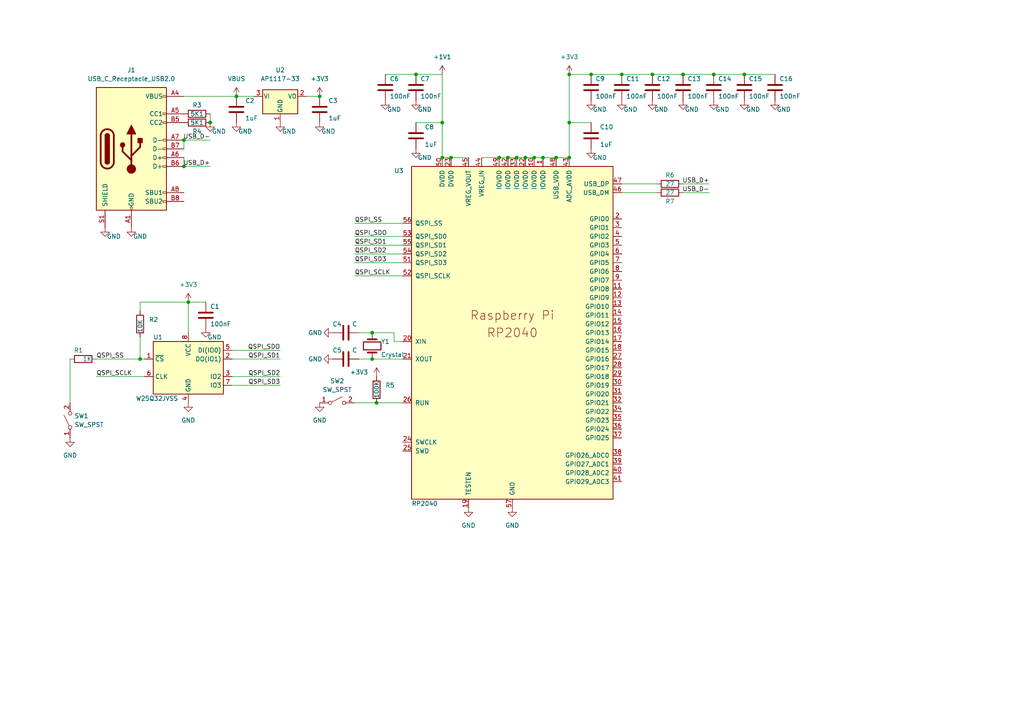
<source format=kicad_sch>
(kicad_sch (version 20211123) (generator eeschema)
  (paper "A4")
  (lib_symbols
    (symbol "Connector:USB_C_Receptacle_USB2.0" (pin_names (offset 1.016))
      (property "Reference" "J" (at -10.16 19.05 0))
      (property "Value" "USB_C_Receptacle_USB2.0" (at 19.05 19.05 0))
      (symbol "USB_C_Receptacle_USB2.0_0_0"
        (rectangle (start -0.254 -17.78) (end 0.254 -16.764))
        (rectangle (start 10.16 -14.986) (end 9.144 -15.494))
        (rectangle (start 10.16 -12.446) (end 9.144 -12.954))
        (rectangle (start 10.16 -4.826) (end 9.144 -5.334))
        (rectangle (start 10.16 -2.286) (end 9.144 -2.794))
        (rectangle (start 10.16 0.254) (end 9.144 -0.254))
        (rectangle (start 10.16 2.794) (end 9.144 2.286))
        (rectangle (start 10.16 7.874) (end 9.144 7.366))
        (rectangle (start 10.16 10.414) (end 9.144 9.906))
        (rectangle (start 10.16 15.494) (end 9.144 14.986))
      )
      (symbol "USB_C_Receptacle_USB2.0_0_1"
        (rectangle (start -10.16 17.78) (end 10.16 -17.78) (stroke (width 0.254)) (fill (type background)))
        (arc (start -8.89 -3.81) (mid -6.985 -5.715) (end -5.08 -3.81) (stroke (width 0.508)))
        (arc (start -7.62 -3.81) (mid -6.985 -4.445) (end -6.35 -3.81) (stroke (width 0.254)))
        (arc (start -7.62 -3.81) (mid -6.985 -4.445) (end -6.35 -3.81) (stroke (width 0.254)) (fill (type outline)))
        (rectangle (start -7.62 -3.81) (end -6.35 3.81) (stroke (width 0.254)) (fill (type outline)))
        (arc (start -6.35 3.81) (mid -6.985 4.445) (end -7.62 3.81) (stroke (width 0.254)))
        (arc (start -6.35 3.81) (mid -6.985 4.445) (end -7.62 3.81) (stroke (width 0.254)) (fill (type outline)))
        (arc (start -5.08 3.81) (mid -6.985 5.715) (end -8.89 3.81) (stroke (width 0.508)))
        (circle (center -2.54 1.143) (radius 0.635) (stroke (width 0.254)) (fill (type outline)))
        (circle (center 0 -5.842) (radius 1.27) (fill (type outline)))
        (polyline (pts (xy -8.89 -3.81) (xy -8.89 3.81)) (stroke (width 0.508)))
        (polyline (pts (xy -5.08 3.81) (xy -5.08 -3.81)) (stroke (width 0.508)))
        (polyline (pts (xy 0 -5.842) (xy 0 4.318)) (stroke (width 0.508)))
        (polyline (pts (xy 0 -3.302) (xy -2.54 -0.762) (xy -2.54 0.508)) (stroke (width 0.508)))
        (polyline (pts (xy 0 -2.032) (xy 2.54 0.508) (xy 2.54 1.778)) (stroke (width 0.508)))
        (polyline (pts (xy -1.27 4.318) (xy 0 6.858) (xy 1.27 4.318) (xy -1.27 4.318)) (stroke (width 0.254)) (fill (type outline)))
        (rectangle (start 1.905 1.778) (end 3.175 3.048) (stroke (width 0.254)) (fill (type outline)))
      )
      (symbol "USB_C_Receptacle_USB2.0_1_1"
        (pin passive line (at 0 -22.86 90) (length 5.08) (name "GND") (number "A1"))
        (pin passive line (at 0 -22.86 90) (length 5.08) hide (name "GND") (number "A12"))
        (pin passive line (at 15.24 15.24 180) (length 5.08) (name "VBUS") (number "A4"))
        (pin bidirectional line (at 15.24 10.16 180) (length 5.08) (name "CC1") (number "A5"))
        (pin bidirectional line (at 15.24 -2.54 180) (length 5.08) (name "D+") (number "A6"))
        (pin bidirectional line (at 15.24 2.54 180) (length 5.08) (name "D-") (number "A7"))
        (pin bidirectional line (at 15.24 -12.7 180) (length 5.08) (name "SBU1") (number "A8"))
        (pin passive line (at 15.24 15.24 180) (length 5.08) hide (name "VBUS") (number "A9"))
        (pin passive line (at 0 -22.86 90) (length 5.08) hide (name "GND") (number "B1"))
        (pin passive line (at 0 -22.86 90) (length 5.08) hide (name "GND") (number "B12"))
        (pin passive line (at 15.24 15.24 180) (length 5.08) hide (name "VBUS") (number "B4"))
        (pin bidirectional line (at 15.24 7.62 180) (length 5.08) (name "CC2") (number "B5"))
        (pin bidirectional line (at 15.24 -5.08 180) (length 5.08) (name "D+") (number "B6"))
        (pin bidirectional line (at 15.24 0 180) (length 5.08) (name "D-") (number "B7"))
        (pin bidirectional line (at 15.24 -15.24 180) (length 5.08) (name "SBU2") (number "B8"))
        (pin passive line (at 15.24 15.24 180) (length 5.08) hide (name "VBUS") (number "B9"))
        (pin passive line (at -7.62 -22.86 90) (length 5.08) (name "SHIELD") (number "S1"))
      )
    )
    (symbol "Device:C" (pin_numbers hide) (pin_names (offset 0.254))
      (property "Reference" "C" (at 0.635 2.54 0))
      (property "Value" "C" (at 0.635 -2.54 0))
      (symbol "C_0_1"
        (polyline (pts (xy -2.032 -0.762) (xy 2.032 -0.762)) (stroke (width 0.508)))
        (polyline (pts (xy -2.032 0.762) (xy 2.032 0.762)) (stroke (width 0.508)))
      )
      (symbol "C_1_1"
        (pin passive line (at 0 3.81 270) (length 2.794) (name "~") (number "1"))
        (pin passive line (at 0 -3.81 90) (length 2.794) (name "~") (number "2"))
      )
    )
    (symbol "Device:Crystal" (pin_numbers hide) (pin_names (offset 1.016) hide)
      (property "Reference" "Y" (at 0 3.81 0))
      (property "Value" "Crystal" (at 0 -3.81 0))
      (symbol "Crystal_0_1"
        (rectangle (start -1.143 2.54) (end 1.143 -2.54) (stroke (width 0.3048)))
        (polyline (pts (xy -2.54 0) (xy -1.905 0)))
        (polyline (pts (xy -1.905 -1.27) (xy -1.905 1.27)) (stroke (width 0.508)))
        (polyline (pts (xy 1.905 -1.27) (xy 1.905 1.27)) (stroke (width 0.508)))
        (polyline (pts (xy 2.54 0) (xy 1.905 0)))
      )
      (symbol "Crystal_1_1"
        (pin passive line (at -3.81 0 0) (length 1.27) (name "1") (number "1"))
        (pin passive line (at 3.81 0 180) (length 1.27) (name "2") (number "2"))
      )
    )
    (symbol "Device:R" (pin_numbers hide) (pin_names (offset 0))
      (property "Reference" "R" (at 2.032 0 90))
      (property "Value" "R" (at 0 0 90))
      (symbol "R_0_1"
        (rectangle (start -1.016 -2.54) (end 1.016 2.54) (stroke (width 0.254)))
      )
      (symbol "R_1_1"
        (pin passive line (at 0 3.81 270) (length 1.27) (name "~") (number "1"))
        (pin passive line (at 0 -3.81 90) (length 1.27) (name "~") (number "2"))
      )
    )
    (symbol "MCU_RaspberryPi_and_Boards:RP2040" (pin_names (offset 1.016))
      (property "Reference" "U" (at -29.21 49.53 0))
      (property "Value" "RP2040" (at 24.13 -49.53 0))
      (symbol "RP2040_0_0"
        (text "Raspberry Pi" (at 0 5.08 0) (effects (font (size 2.54 2.54))))
        (text "RP2040" (at 0 0 0) (effects (font (size 2.54 2.54))))
      )
      (symbol "RP2040_0_1"
        (rectangle (start 29.21 48.26) (end -29.21 -48.26) (stroke (width 0.254)) (fill (type background)))
      )
      (symbol "RP2040_1_1"
        (pin power_in line (at 8.89 50.8 270) (length 2.54) (name "IOVDD") (number "1"))
        (pin power_in line (at 6.35 50.8 270) (length 2.54) (name "IOVDD") (number "10"))
        (pin bidirectional line (at 31.75 12.7 180) (length 2.54) (name "GPIO8") (number "11"))
        (pin bidirectional line (at 31.75 10.16 180) (length 2.54) (name "GPIO9") (number "12"))
        (pin bidirectional line (at 31.75 7.62 180) (length 2.54) (name "GPIO10") (number "13"))
        (pin bidirectional line (at 31.75 5.08 180) (length 2.54) (name "GPIO11") (number "14"))
        (pin bidirectional line (at 31.75 2.54 180) (length 2.54) (name "GPIO12") (number "15"))
        (pin bidirectional line (at 31.75 0 180) (length 2.54) (name "GPIO13") (number "16"))
        (pin bidirectional line (at 31.75 -2.54 180) (length 2.54) (name "GPIO14") (number "17"))
        (pin bidirectional line (at 31.75 -5.08 180) (length 2.54) (name "GPIO15") (number "18"))
        (pin passive line (at -12.7 -50.8 90) (length 2.54) (name "TESTEN") (number "19"))
        (pin bidirectional line (at 31.75 33.02 180) (length 2.54) (name "GPIO0") (number "2"))
        (pin input line (at -31.75 -2.54 0) (length 2.54) (name "XIN") (number "20"))
        (pin passive line (at -31.75 -7.62 0) (length 2.54) (name "XOUT") (number "21"))
        (pin power_in line (at 3.81 50.8 270) (length 2.54) (name "IOVDD") (number "22"))
        (pin power_in line (at -17.78 50.8 270) (length 2.54) (name "DVDD") (number "23"))
        (pin output line (at -31.75 -31.75 0) (length 2.54) (name "SWCLK") (number "24"))
        (pin bidirectional line (at -31.75 -34.29 0) (length 2.54) (name "SWD") (number "25"))
        (pin input line (at -31.75 -20.32 0) (length 2.54) (name "RUN") (number "26"))
        (pin bidirectional line (at 31.75 -7.62 180) (length 2.54) (name "GPIO16") (number "27"))
        (pin bidirectional line (at 31.75 -10.16 180) (length 2.54) (name "GPIO17") (number "28"))
        (pin bidirectional line (at 31.75 -12.7 180) (length 2.54) (name "GPIO18") (number "29"))
        (pin bidirectional line (at 31.75 30.48 180) (length 2.54) (name "GPIO1") (number "3"))
        (pin bidirectional line (at 31.75 -15.24 180) (length 2.54) (name "GPIO19") (number "30"))
        (pin bidirectional line (at 31.75 -17.78 180) (length 2.54) (name "GPIO20") (number "31"))
        (pin bidirectional line (at 31.75 -20.32 180) (length 2.54) (name "GPIO21") (number "32"))
        (pin power_in line (at 1.27 50.8 270) (length 2.54) (name "IOVDD") (number "33"))
        (pin bidirectional line (at 31.75 -22.86 180) (length 2.54) (name "GPIO22") (number "34"))
        (pin bidirectional line (at 31.75 -25.4 180) (length 2.54) (name "GPIO23") (number "35"))
        (pin bidirectional line (at 31.75 -27.94 180) (length 2.54) (name "GPIO24") (number "36"))
        (pin bidirectional line (at 31.75 -30.48 180) (length 2.54) (name "GPIO25") (number "37"))
        (pin bidirectional line (at 31.75 -35.56 180) (length 2.54) (name "GPIO26_ADC0") (number "38"))
        (pin bidirectional line (at 31.75 -38.1 180) (length 2.54) (name "GPIO27_ADC1") (number "39"))
        (pin bidirectional line (at 31.75 27.94 180) (length 2.54) (name "GPIO2") (number "4"))
        (pin bidirectional line (at 31.75 -40.64 180) (length 2.54) (name "GPIO28_ADC2") (number "40"))
        (pin bidirectional line (at 31.75 -43.18 180) (length 2.54) (name "GPIO29_ADC3") (number "41"))
        (pin power_in line (at -1.27 50.8 270) (length 2.54) (name "IOVDD") (number "42"))
        (pin power_in line (at 16.51 50.8 270) (length 2.54) (name "ADC_AVDD") (number "43"))
        (pin power_in line (at -8.89 50.8 270) (length 2.54) (name "VREG_IN") (number "44"))
        (pin power_out line (at -12.7 50.8 270) (length 2.54) (name "VREG_VOUT") (number "45"))
        (pin bidirectional line (at 31.75 40.64 180) (length 2.54) (name "USB_DM") (number "46"))
        (pin bidirectional line (at 31.75 43.18 180) (length 2.54) (name "USB_DP") (number "47"))
        (pin power_in line (at 12.7 50.8 270) (length 2.54) (name "USB_VDD") (number "48"))
        (pin power_in line (at -3.81 50.8 270) (length 2.54) (name "IOVDD") (number "49"))
        (pin bidirectional line (at 31.75 25.4 180) (length 2.54) (name "GPIO3") (number "5"))
        (pin power_in line (at -20.32 50.8 270) (length 2.54) (name "DVDD") (number "50"))
        (pin bidirectional line (at -31.75 20.32 0) (length 2.54) (name "QSPI_SD3") (number "51"))
        (pin output line (at -31.75 16.51 0) (length 2.54) (name "QSPI_SCLK") (number "52"))
        (pin bidirectional line (at -31.75 27.94 0) (length 2.54) (name "QSPI_SD0") (number "53"))
        (pin bidirectional line (at -31.75 22.86 0) (length 2.54) (name "QSPI_SD2") (number "54"))
        (pin bidirectional line (at -31.75 25.4 0) (length 2.54) (name "QSPI_SD1") (number "55"))
        (pin bidirectional line (at -31.75 31.75 0) (length 2.54) (name "QSPI_SS") (number "56"))
        (pin power_in line (at 0 -50.8 90) (length 2.54) (name "GND") (number "57"))
        (pin bidirectional line (at 31.75 22.86 180) (length 2.54) (name "GPIO4") (number "6"))
        (pin bidirectional line (at 31.75 20.32 180) (length 2.54) (name "GPIO5") (number "7"))
        (pin bidirectional line (at 31.75 17.78 180) (length 2.54) (name "GPIO6") (number "8"))
        (pin bidirectional line (at 31.75 15.24 180) (length 2.54) (name "GPIO7") (number "9"))
      )
    )
    (symbol "Memory_Flash:W25Q32JVSS"
      (property "Reference" "U" (at -8.89 8.89 0))
      (property "Value" "W25Q32JVSS" (at 7.62 8.89 0))
      (symbol "W25Q32JVSS_0_1"
        (rectangle (start -10.16 7.62) (end 10.16 -7.62) (stroke (width 0.254)) (fill (type background)))
      )
      (symbol "W25Q32JVSS_1_1"
        (pin input line (at -12.7 2.54 0) (length 2.54) (name "~{CS}") (number "1"))
        (pin bidirectional line (at 12.7 2.54 180) (length 2.54) (name "DO(IO1)") (number "2"))
        (pin bidirectional line (at 12.7 -2.54 180) (length 2.54) (name "IO2") (number "3"))
        (pin power_in line (at 0 -10.16 90) (length 2.54) (name "GND") (number "4"))
        (pin bidirectional line (at 12.7 5.08 180) (length 2.54) (name "DI(IO0)") (number "5"))
        (pin input line (at -12.7 -2.54 0) (length 2.54) (name "CLK") (number "6"))
        (pin bidirectional line (at 12.7 -5.08 180) (length 2.54) (name "IO3") (number "7"))
        (pin power_in line (at 0 10.16 270) (length 2.54) (name "VCC") (number "8"))
      )
    )
    (symbol "Regulator_Linear:AP1117-33" (pin_names (offset 0.254))
      (property "Reference" "U" (at -3.81 3.175 0))
      (property "Value" "AP1117-33" (at 0 3.175 0))
      (symbol "AP1117-33_0_1"
        (rectangle (start -5.08 -5.08) (end 5.08 1.905) (stroke (width 0.254)) (fill (type background)))
      )
      (symbol "AP1117-33_1_1"
        (pin power_in line (at 0 -7.62 90) (length 2.54) (name "GND") (number "1"))
        (pin power_out line (at 7.62 0 180) (length 2.54) (name "VO") (number "2"))
        (pin power_in line (at -7.62 0 0) (length 2.54) (name "VI") (number "3"))
      )
    )
    (symbol "Switch:SW_SPST" (pin_names (offset 0) hide)
      (property "Reference" "SW" (at 0 3.175 0))
      (property "Value" "SW_SPST" (at 0 -2.54 0))
      (symbol "SW_SPST_0_0"
        (circle (center -2.032 0) (radius 0.508))
        (polyline (pts (xy -1.524 0.254) (xy 1.524 1.778)))
        (circle (center 2.032 0) (radius 0.508))
      )
      (symbol "SW_SPST_1_1"
        (pin passive line (at -5.08 0 0) (length 2.54) (name "A") (number "1"))
        (pin passive line (at 5.08 0 180) (length 2.54) (name "B") (number "2"))
      )
    )
    (symbol "power:+1V1" (power) (pin_names (offset 0))
      (property "Value" "+1V1" (at 0 3.556 0))
      (symbol "+1V1_0_1"
        (polyline (pts (xy -0.762 1.27) (xy 0 2.54)))
        (polyline (pts (xy 0 0) (xy 0 2.54)))
        (polyline (pts (xy 0 2.54) (xy 0.762 1.27)))
      )
      (symbol "+1V1_1_1"
        (pin power_in line (at 0 0 90) (length 0) hide (name "+1V1") (number "1"))
      )
    )
    (symbol "power:+3V3" (power) (pin_names (offset 0))
      (property "Value" "+3V3" (at 0 3.556 0))
      (symbol "+3V3_0_1"
        (polyline (pts (xy -0.762 1.27) (xy 0 2.54)))
        (polyline (pts (xy 0 0) (xy 0 2.54)))
        (polyline (pts (xy 0 2.54) (xy 0.762 1.27)))
      )
      (symbol "+3V3_1_1"
        (pin power_in line (at 0 0 90) (length 0) hide (name "+3V3") (number "1"))
      )
    )
    (symbol "power:GND" (power) (pin_names (offset 0))
      (property "Value" "GND" (at 0 -3.81 0))
      (symbol "GND_0_1"
        (polyline (pts (xy 0 0) (xy 0 -1.27) (xy 1.27 -1.27) (xy 0 -2.54) (xy -1.27 -1.27) (xy 0 -1.27)))
      )
      (symbol "GND_1_1"
        (pin power_in line (at 0 0 270) (length 0) hide (name "GND") (number "1"))
      )
    )
    (symbol "power:VBUS" (power) (pin_names (offset 0))
      (property "Value" "VBUS" (at 0 3.81 0))
      (symbol "VBUS_0_1"
        (polyline (pts (xy -0.762 1.27) (xy 0 2.54)))
        (polyline (pts (xy 0 0) (xy 0 2.54)))
        (polyline (pts (xy 0 2.54) (xy 0.762 1.27)))
      )
      (symbol "VBUS_1_1"
        (pin power_in line (at 0 0 90) (length 0) hide (name "VBUS") (number "1"))
      )
    )
  )
  (junction (at 171.45 21.59))
  (junction (at 180.34 21.59))
  (junction (at 68.58 27.94))
  (junction (at 165.1 45.72))
  (junction (at 165.1 21.59))
  (junction (at 53.34 48.26))
  (junction (at 107.95 96.52))
  (junction (at 165.1 35.56))
  (junction (at 154.94 45.72))
  (junction (at 149.86 45.72))
  (junction (at 189.23 21.59))
  (junction (at 120.65 21.59))
  (junction (at 152.4 45.72))
  (junction (at 144.78 45.72))
  (junction (at 128.27 45.72))
  (junction (at 157.48 45.72))
  (junction (at 198.12 21.59))
  (junction (at 109.22 116.84))
  (junction (at 60.96 35.56))
  (junction (at 53.34 40.64))
  (junction (at 40.64 104.14))
  (junction (at 215.9 21.59))
  (junction (at 92.71 27.94))
  (junction (at 130.81 45.72))
  (junction (at 107.95 104.14))
  (junction (at 161.29 45.72))
  (junction (at 207.01 21.59))
  (junction (at 147.32 45.72))
  (junction (at 128.27 35.56))
  (junction (at 54.61 87.63))
  (wire (pts (xy 68.58 27.94) (xy 73.66 27.94)))
  (wire (pts (xy 107.95 104.14) (xy 116.84 104.14)))
  (wire (pts (xy 53.34 40.64) (xy 60.96 40.64)))
  (wire (pts (xy 180.34 21.59) (xy 189.23 21.59)))
  (wire (pts (xy 147.32 45.72) (xy 149.86 45.72)))
  (wire (pts (xy 54.61 87.63) (xy 54.61 96.52)))
  (wire (pts (xy 40.64 104.14) (xy 41.91 104.14)))
  (wire (pts (xy 27.94 104.14) (xy 40.64 104.14)))
  (wire (pts (xy 157.48 45.72) (xy 161.29 45.72)))
  (wire (pts (xy 102.87 80.01) (xy 116.84 80.01)))
  (wire (pts (xy 165.1 21.59) (xy 171.45 21.59)))
  (wire (pts (xy 102.87 73.66) (xy 116.84 73.66)))
  (wire (pts (xy 120.65 35.56) (xy 128.27 35.56)))
  (wire (pts (xy 53.34 48.26) (xy 60.96 48.26)))
  (wire (pts (xy 102.87 76.2) (xy 116.84 76.2)))
  (wire (pts (xy 180.34 53.34) (xy 190.5 53.34)))
  (wire (pts (xy 60.96 33.02) (xy 60.96 35.56)))
  (wire (pts (xy 189.23 21.59) (xy 198.12 21.59)))
  (wire (pts (xy 81.28 109.22) (xy 67.31 109.22)))
  (wire (pts (xy 114.3 96.52) (xy 107.95 96.52)))
  (wire (pts (xy 198.12 21.59) (xy 207.01 21.59)))
  (wire (pts (xy 53.34 40.64) (xy 53.34 43.18)))
  (wire (pts (xy 54.61 87.63) (xy 59.69 87.63)))
  (wire (pts (xy 27.94 109.22) (xy 41.91 109.22)))
  (wire (pts (xy 139.7 45.72) (xy 144.78 45.72)))
  (wire (pts (xy 81.28 104.14) (xy 67.31 104.14)))
  (wire (pts (xy 81.28 111.76) (xy 67.31 111.76)))
  (wire (pts (xy 144.78 45.72) (xy 147.32 45.72)))
  (wire (pts (xy 40.64 90.17) (xy 40.64 87.63)))
  (wire (pts (xy 165.1 35.56) (xy 171.45 35.56)))
  (wire (pts (xy 165.1 35.56) (xy 165.1 45.72)))
  (wire (pts (xy 81.28 101.6) (xy 67.31 101.6)))
  (wire (pts (xy 154.94 45.72) (xy 157.48 45.72)))
  (wire (pts (xy 53.34 45.72) (xy 53.34 48.26)))
  (wire (pts (xy 128.27 45.72) (xy 128.27 35.56)))
  (wire (pts (xy 128.27 45.72) (xy 130.81 45.72)))
  (wire (pts (xy 215.9 21.59) (xy 224.79 21.59)))
  (wire (pts (xy 20.32 104.14) (xy 20.32 116.84)))
  (wire (pts (xy 111.76 21.59) (xy 120.65 21.59)))
  (wire (pts (xy 116.84 99.06) (xy 114.3 99.06)))
  (wire (pts (xy 207.01 21.59) (xy 215.9 21.59)))
  (wire (pts (xy 152.4 45.72) (xy 154.94 45.72)))
  (wire (pts (xy 102.87 64.77) (xy 116.84 64.77)))
  (wire (pts (xy 53.34 27.94) (xy 68.58 27.94)))
  (wire (pts (xy 198.12 55.88) (xy 205.74 55.88)))
  (wire (pts (xy 88.9 27.94) (xy 92.71 27.94)))
  (wire (pts (xy 120.65 21.59) (xy 128.27 21.59)))
  (wire (pts (xy 130.81 45.72) (xy 135.89 45.72)))
  (wire (pts (xy 161.29 45.72) (xy 165.1 45.72)))
  (wire (pts (xy 102.87 71.12) (xy 116.84 71.12)))
  (wire (pts (xy 109.22 116.84) (xy 116.84 116.84)))
  (wire (pts (xy 40.64 87.63) (xy 54.61 87.63)))
  (wire (pts (xy 128.27 21.59) (xy 128.27 35.56)))
  (wire (pts (xy 40.64 97.79) (xy 40.64 104.14)))
  (wire (pts (xy 149.86 45.72) (xy 152.4 45.72)))
  (wire (pts (xy 104.14 104.14) (xy 107.95 104.14)))
  (wire (pts (xy 102.87 68.58) (xy 116.84 68.58)))
  (wire (pts (xy 171.45 21.59) (xy 180.34 21.59)))
  (wire (pts (xy 114.3 99.06) (xy 114.3 96.52)))
  (wire (pts (xy 165.1 21.59) (xy 165.1 35.56)))
  (wire (pts (xy 102.87 116.84) (xy 109.22 116.84)))
  (wire (pts (xy 180.34 55.88) (xy 190.5 55.88)))
  (wire (pts (xy 104.14 96.52) (xy 107.95 96.52)))
  (wire (pts (xy 198.12 53.34) (xy 205.74 53.34)))
  (label "QSPI_SD3" (at 81.28 111.76 180))
  (label "QSPI_SD1" (at 81.28 104.14 180))
  (label "QSPI_SS" (at 102.87 64.77 0))
  (label "USB_D-" (at 60.96 40.64 180))
  (label "QSPI_SD2" (at 81.28 109.22 180))
  (label "QSPI_SDO" (at 81.28 101.6 180))
  (label "USB_D-" (at 205.74 55.88 180))
  (label "QSPI_SD2" (at 102.87 73.66 0))
  (label "QSPI_SD1" (at 102.87 71.12 0))
  (label "QSPI_SD3" (at 102.87 76.2 0))
  (label "QSPI_SCLK" (at 102.87 80.01 0))
  (label "QSPI_SDO" (at 102.87 68.58 0))
  (label "QSPI_SS" (at 27.94 104.14 0))
  (label "QSPI_SCLK" (at 27.94 109.22 0))
  (label "USB_D+" (at 205.74 53.34 180))
  (label "USB_D+" (at 60.96 48.26 180))
  (symbol (lib_id "power:GND") (at 189.23 29.21 0) (unit 1)
    (property "Reference" "#PWR0114" (effects hide))
    (property "Value" "GND" (at 191.77 31.75 0))
  )
  (symbol (lib_id "power:GND") (at 148.59 147.32 0) (unit 1)
    (property "Reference" "#PWR0122" (effects hide))
    (property "Value" "GND" (at 148.59 152.4 0))
  )
  (symbol (lib_id "power:GND") (at 96.52 96.52 270) (unit 1)
    (property "Reference" "#PWR0131" (effects hide))
    (property "Value" "GND" (at 91.44 96.52 90))
  )
  (symbol (lib_id "Device:Crystal") (at 107.95 100.33 90) (unit 1)
    (property "Reference" "Y1" (at 110.49 99.06 90) (effects (justify right)))
    (property "Value" "Crystal" (at 110.49 102.87 90) (effects (justify right)))
  )
  (symbol (lib_id "power:+3V3") (at 92.71 27.94 0) (unit 1)
    (property "Reference" "#PWR0108" (effects hide))
    (property "Value" "+3V3" (at 92.71 22.86 0))
  )
  (symbol (lib_id "Device:R") (at 194.31 55.88 90) (unit 1)
    (property "Reference" "R7" (at 194.31 58.42 90))
    (property "Value" "27" (at 194.31 55.88 90))
  )
  (symbol (lib_id "MCU_RaspberryPi_and_Boards:RP2040") (at 148.59 96.52 0) (unit 1)
    (property "Reference" "U3" (at 114.3 49.53 0) (effects (justify left)))
    (property "Value" "RP2040" (at 119.38 146.05 0) (effects (justify left)))
    (property "Footprint" "MCU_RaspberryPi_and_Boards:RP2040-QFN-56" (effects hide))
  )
  (symbol (lib_id "power:GND") (at 207.01 29.21 0) (unit 1)
    (property "Reference" "#PWR0113" (effects hide))
    (property "Value" "GND" (at 209.55 31.75 0))
  )
  (symbol (lib_id "power:GND") (at 215.9 29.21 0) (unit 1)
    (property "Reference" "#PWR0110" (effects hide))
    (property "Value" "GND" (at 218.44 31.75 0))
  )
  (symbol (lib_id "power:GND") (at 171.45 43.18 0) (unit 1)
    (property "Reference" "#PWR0109" (effects hide))
    (property "Value" "GND" (at 173.99 45.72 0))
  )
  (symbol (lib_id "power:VBUS") (at 68.58 27.94 0) (unit 1)
    (property "Reference" "#PWR0104" (effects hide))
    (property "Value" "VBUS" (at 68.58 22.86 0))
  )
  (symbol (lib_id "Device:C") (at 111.76 25.4 0) (unit 1)
    (property "Reference" "C6" (at 113.03 22.86 0) (effects (justify left)))
    (property "Value" "100nF" (at 113.03 27.94 0) (effects (justify left)))
  )
  (symbol (lib_id "power:GND") (at 198.12 29.21 0) (unit 1)
    (property "Reference" "#PWR0112" (effects hide))
    (property "Value" "GND" (at 200.66 31.75 0))
  )
  (symbol (lib_id "Device:C") (at 207.01 25.4 0) (unit 1)
    (property "Reference" "C14" (at 208.28 22.86 0) (effects (justify left)))
    (property "Value" "100nF" (at 208.28 27.94 0) (effects (justify left)))
  )
  (symbol (lib_id "Device:C") (at 224.79 25.4 0) (unit 1)
    (property "Reference" "C16" (at 226.06 22.86 0) (effects (justify left)))
    (property "Value" "100nF" (at 226.06 27.94 0) (effects (justify left)))
  )
  (symbol (lib_id "power:GND") (at 96.52 104.14 270) (unit 1)
    (property "Reference" "#PWR0130" (effects hide))
    (property "Value" "GND" (at 91.44 104.14 90))
  )
  (symbol (lib_id "power:+3V3") (at 54.61 87.63 0) (unit 1)
    (property "Reference" "#PWR0125" (effects hide))
    (property "Value" "+3V3" (at 54.61 82.55 0))
  )
  (symbol (lib_id "Regulator_Linear:AP1117-33") (at 81.28 27.94 0) (unit 1)
    (property "Reference" "U2" (at 81.28 20.32 0))
    (property "Value" "AP1117-33" (at 81.28 22.86 0))
    (property "Footprint" "Package_TO_SOT_SMD:SOT-223-3_TabPin2" (effects hide))
    (property "Datasheet" "http://www.diodes.com/datasheets/AP1117.pdf" (effects hide))
  )
  (symbol (lib_id "Device:C") (at 100.33 104.14 90) (unit 1)
    (property "Reference" "C5" (at 97.79 101.6 90))
    (property "Value" "C" (at 102.87 101.6 90))
  )
  (symbol (lib_id "power:+3V3") (at 109.22 109.22 0) (unit 1)
    (property "Reference" "#PWR0128" (effects hide))
    (property "Value" "+3V3" (at 104.14 107.95 0))
  )
  (symbol (lib_id "Device:R") (at 40.64 93.98 0) (unit 1)
    (property "Reference" "R2" (at 43.18 92.7099 0) (effects (justify left)))
    (property "Value" "10K" (at 40.64 96.52 90) (effects (justify left)))
  )
  (symbol (lib_id "Device:C") (at 92.71 31.75 0) (unit 1)
    (property "Reference" "C3" (at 95.25 29.21 0) (effects (justify left)))
    (property "Value" "1uF" (at 95.25 34.29 0) (effects (justify left)))
  )
  (symbol (lib_id "power:GND") (at 92.71 116.84 0) (unit 1)
    (property "Reference" "#PWR0129" (effects hide))
    (property "Value" "GND" (at 92.71 121.92 0))
  )
  (symbol (lib_id "power:GND") (at 38.1 66.04 0) (unit 1)
    (property "Reference" "#PWR0102" (effects hide))
    (property "Value" "GND" (at 40.64 68.58 0))
  )
  (symbol (lib_id "Device:R") (at 57.15 33.02 270) (unit 1)
    (property "Reference" "R3" (at 57.15 30.48 90))
    (property "Value" "5K1" (at 57.15 33.02 90))
  )
  (symbol (lib_id "Device:C") (at 180.34 25.4 0) (unit 1)
    (property "Reference" "C11" (at 181.61 22.86 0) (effects (justify left)))
    (property "Value" "100nF" (at 181.61 27.94 0) (effects (justify left)))
  )
  (symbol (lib_id "power:GND") (at 68.58 35.56 0) (unit 1)
    (property "Reference" "#PWR0105" (effects hide))
    (property "Value" "GND" (at 71.12 38.1 0))
  )
  (symbol (lib_id "power:+3V3") (at 165.1 21.59 0) (unit 1)
    (property "Reference" "#PWR0117" (effects hide))
    (property "Value" "+3V3" (at 165.1 16.51 0))
  )
  (symbol (lib_id "Device:C") (at 171.45 39.37 0) (unit 1)
    (property "Reference" "C10" (at 173.99 36.83 0) (effects (justify left)))
    (property "Value" "1uF" (at 173.99 41.91 0) (effects (justify left)))
  )
  (symbol (lib_id "Switch:SW_SPST") (at 20.32 121.92 90) (unit 1)
    (property "Reference" "SW1" (at 21.59 120.6499 90) (effects (justify right)))
    (property "Value" "SW_SPST" (at 21.59 123.1899 90) (effects (justify right)))
    (property "Footprint" "switch:SW_3x4x2" (effects hide))
  )
  (symbol (lib_id "power:GND") (at 120.65 29.21 0) (unit 1)
    (property "Reference" "#PWR0119" (effects hide))
    (property "Value" "GND" (at 123.19 31.75 0))
  )
  (symbol (lib_id "Device:C") (at 120.65 39.37 0) (unit 1)
    (property "Reference" "C8" (at 123.19 36.83 0) (effects (justify left)))
    (property "Value" "1uF" (at 123.19 41.91 0) (effects (justify left)))
  )
  (symbol (lib_id "power:GND") (at 135.89 147.32 0) (unit 1)
    (property "Reference" "#PWR0123" (effects hide))
    (property "Value" "GND" (at 135.89 152.4 0))
  )
  (symbol (lib_id "Device:C") (at 59.69 91.44 0) (unit 1)
    (property "Reference" "C1" (at 60.96 88.9 0) (effects (justify left)))
    (property "Value" "100nF" (at 60.96 93.98 0) (effects (justify left)))
  )
  (symbol (lib_id "Device:C") (at 68.58 31.75 0) (unit 1)
    (property "Reference" "C2" (at 71.12 29.21 0) (effects (justify left)))
    (property "Value" "1uF" (at 71.12 34.29 0) (effects (justify left)))
  )
  (symbol (lib_id "power:+1V1") (at 128.27 21.59 0) (unit 1)
    (property "Reference" "#PWR0118" (effects hide))
    (property "Value" "+1V1" (at 128.27 16.51 0))
  )
  (symbol (lib_id "power:GND") (at 30.48 66.04 0) (unit 1)
    (property "Reference" "#PWR0101" (effects hide))
    (property "Value" "GND" (at 33.02 68.58 0))
  )
  (symbol (lib_id "Device:C") (at 198.12 25.4 0) (unit 1)
    (property "Reference" "C13" (at 199.39 22.86 0) (effects (justify left)))
    (property "Value" "100nF" (at 199.39 27.94 0) (effects (justify left)))
  )
  (symbol (lib_id "Switch:SW_SPST") (at 97.79 116.84 0) (unit 1)
    (property "Reference" "SW2" (at 97.79 110.49 0))
    (property "Value" "SW_SPST" (at 97.79 113.03 0))
    (property "Footprint" "switch:SW_3x4x2" (effects hide))
  )
  (symbol (lib_id "Device:C") (at 171.45 25.4 0) (unit 1)
    (property "Reference" "C9" (at 172.72 22.86 0) (effects (justify left)))
    (property "Value" "100nF" (at 172.72 27.94 0) (effects (justify left)))
  )
  (symbol (lib_id "Device:R") (at 24.13 104.14 90) (unit 1)
    (property "Reference" "R1" (at 24.13 101.6 90) (effects (justify left)))
    (property "Value" "1K" (at 26.67 104.14 90) (effects (justify left)))
  )
  (symbol (lib_id "Device:C") (at 189.23 25.4 0) (unit 1)
    (property "Reference" "C12" (at 190.5 22.86 0) (effects (justify left)))
    (property "Value" "100nF" (at 190.5 27.94 0) (effects (justify left)))
  )
  (symbol (lib_id "power:GND") (at 81.28 35.56 0) (unit 1)
    (property "Reference" "#PWR0106" (effects hide))
    (property "Value" "GND" (at 83.82 38.1 0))
  )
  (symbol (lib_id "power:GND") (at 120.65 43.18 0) (unit 1)
    (property "Reference" "#PWR0121" (effects hide))
    (property "Value" "GND" (at 123.19 45.72 0))
  )
  (symbol (lib_id "power:GND") (at 171.45 29.21 0) (unit 1)
    (property "Reference" "#PWR0116" (effects hide))
    (property "Value" "GND" (at 173.99 31.75 0))
  )
  (symbol (lib_id "Device:R") (at 109.22 113.03 0) (unit 1)
    (property "Reference" "R5" (at 111.76 111.7599 0) (effects (justify left)))
    (property "Value" "100K" (at 109.22 115.57 90) (effects (justify left)))
  )
  (symbol (lib_id "Device:C") (at 100.33 96.52 90) (unit 1)
    (property "Reference" "C4" (at 97.79 93.98 90))
    (property "Value" "C" (at 102.87 93.98 90))
  )
  (symbol (lib_id "power:GND") (at 54.61 116.84 0) (unit 1)
    (property "Reference" "#PWR0124" (effects hide))
    (property "Value" "GND" (at 54.61 121.92 0))
  )
  (symbol (lib_id "Memory_Flash:W25Q32JVSS") (at 54.61 106.68 0) (unit 1)
    (property "Reference" "U1" (at 44.45 97.79 0) (effects (justify left)))
    (property "Value" "W25Q32JVSS" (at 39.37 115.57 0) (effects (justify left)))
    (property "Footprint" "Package_SO:SOIC-8_5.23x5.23mm_P1.27mm" (effects hide))
    (property "Datasheet" "http://www.winbond.com/resource-files/w25q32jv%20revg%2003272018%20plus.pdf" (effects hide))
  )
  (symbol (lib_id "Device:R") (at 57.15 35.56 90) (unit 1)
    (property "Reference" "R4" (at 57.15 38.1 90))
    (property "Value" "5K1" (at 57.15 35.56 90))
  )
  (symbol (lib_id "power:GND") (at 180.34 29.21 0) (unit 1)
    (property "Reference" "#PWR0115" (effects hide))
    (property "Value" "GND" (at 182.88 31.75 0))
  )
  (symbol (lib_id "power:GND") (at 60.96 35.56 0) (unit 1)
    (property "Reference" "#PWR0103" (effects hide))
    (property "Value" "GND" (at 63.5 38.1 0))
  )
  (symbol (lib_id "power:GND") (at 59.69 95.25 0) (unit 1)
    (property "Reference" "#PWR0126" (effects hide))
    (property "Value" "GND" (at 62.23 97.79 0))
  )
  (symbol (lib_id "power:GND") (at 20.32 127 0) (unit 1)
    (property "Reference" "#PWR0127" (effects hide))
    (property "Value" "GND" (at 20.32 132.08 0))
  )
  (symbol (lib_id "power:GND") (at 111.76 29.21 0) (unit 1)
    (property "Reference" "#PWR0120" (effects hide))
    (property "Value" "GND" (at 114.3 31.75 0))
  )
  (symbol (lib_id "Connector:USB_C_Receptacle_USB2.0") (at 38.1 43.18 0) (unit 1)
    (property "Reference" "J1" (at 38.1 20.32 0))
    (property "Value" "USB_C_Receptacle_USB2.0" (at 38.1 22.86 0))
    (property "Datasheet" "https://www.usb.org/sites/default/files/documents/usb_type-c.zip" (effects hide))
  )
  (symbol (lib_id "Device:R") (at 194.31 53.34 90) (unit 1)
    (property "Reference" "R6" (at 194.31 50.8 90))
    (property "Value" "27" (at 194.31 53.34 90))
  )
  (symbol (lib_id "Device:C") (at 120.65 25.4 0) (unit 1)
    (property "Reference" "C7" (at 121.92 22.86 0) (effects (justify left)))
    (property "Value" "100nF" (at 121.92 27.94 0) (effects (justify left)))
  )
  (symbol (lib_id "power:GND") (at 224.79 29.21 0) (unit 1)
    (property "Reference" "#PWR0111" (effects hide))
    (property "Value" "GND" (at 227.33 31.75 0))
  )
  (symbol (lib_id "Device:C") (at 215.9 25.4 0) (unit 1)
    (property "Reference" "C15" (at 217.17 22.86 0) (effects (justify left)))
    (property "Value" "100nF" (at 217.17 27.94 0) (effects (justify left)))
  )
  (symbol (lib_id "power:GND") (at 92.71 35.56 0) (unit 1)
    (property "Reference" "#PWR0107" (effects hide))
    (property "Value" "GND" (at 95.25 38.1 0))
  )
)
</source>
